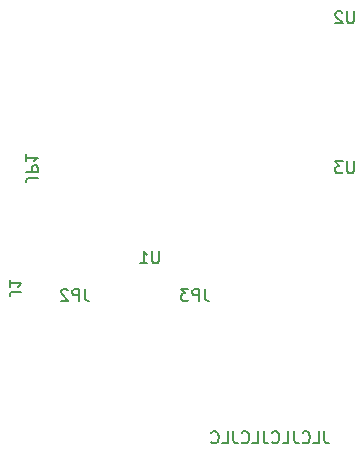
<source format=gbo>
G04 #@! TF.GenerationSoftware,KiCad,Pcbnew,(5.1.2-1)-1*
G04 #@! TF.CreationDate,2023-07-30T19:32:53+02:00*
G04 #@! TF.ProjectId,cart32bbs,63617274-3332-4626-9273-2e6b69636164,rev?*
G04 #@! TF.SameCoordinates,Original*
G04 #@! TF.FileFunction,Legend,Bot*
G04 #@! TF.FilePolarity,Positive*
%FSLAX46Y46*%
G04 Gerber Fmt 4.6, Leading zero omitted, Abs format (unit mm)*
G04 Created by KiCad (PCBNEW (5.1.2-1)-1) date 2023-07-30 19:32:53*
%MOMM*%
%LPD*%
G04 APERTURE LIST*
%ADD10C,0.150000*%
%ADD11C,0.100000*%
%ADD12O,1.702000X1.702000*%
%ADD13R,1.702000X1.702000*%
%ADD14C,1.626000*%
G04 APERTURE END LIST*
D10*
X50339047Y-78192380D02*
X50339047Y-78906666D01*
X50386666Y-79049523D01*
X50481904Y-79144761D01*
X50624761Y-79192380D01*
X50720000Y-79192380D01*
X49386666Y-79192380D02*
X49862857Y-79192380D01*
X49862857Y-78192380D01*
X48481904Y-79097142D02*
X48529523Y-79144761D01*
X48672380Y-79192380D01*
X48767619Y-79192380D01*
X48910476Y-79144761D01*
X49005714Y-79049523D01*
X49053333Y-78954285D01*
X49100952Y-78763809D01*
X49100952Y-78620952D01*
X49053333Y-78430476D01*
X49005714Y-78335238D01*
X48910476Y-78240000D01*
X48767619Y-78192380D01*
X48672380Y-78192380D01*
X48529523Y-78240000D01*
X48481904Y-78287619D01*
X47767619Y-78192380D02*
X47767619Y-78906666D01*
X47815238Y-79049523D01*
X47910476Y-79144761D01*
X48053333Y-79192380D01*
X48148571Y-79192380D01*
X46815238Y-79192380D02*
X47291428Y-79192380D01*
X47291428Y-78192380D01*
X45910476Y-79097142D02*
X45958095Y-79144761D01*
X46100952Y-79192380D01*
X46196190Y-79192380D01*
X46339047Y-79144761D01*
X46434285Y-79049523D01*
X46481904Y-78954285D01*
X46529523Y-78763809D01*
X46529523Y-78620952D01*
X46481904Y-78430476D01*
X46434285Y-78335238D01*
X46339047Y-78240000D01*
X46196190Y-78192380D01*
X46100952Y-78192380D01*
X45958095Y-78240000D01*
X45910476Y-78287619D01*
X45196190Y-78192380D02*
X45196190Y-78906666D01*
X45243809Y-79049523D01*
X45339047Y-79144761D01*
X45481904Y-79192380D01*
X45577142Y-79192380D01*
X44243809Y-79192380D02*
X44720000Y-79192380D01*
X44720000Y-78192380D01*
X43339047Y-79097142D02*
X43386666Y-79144761D01*
X43529523Y-79192380D01*
X43624761Y-79192380D01*
X43767619Y-79144761D01*
X43862857Y-79049523D01*
X43910476Y-78954285D01*
X43958095Y-78763809D01*
X43958095Y-78620952D01*
X43910476Y-78430476D01*
X43862857Y-78335238D01*
X43767619Y-78240000D01*
X43624761Y-78192380D01*
X43529523Y-78192380D01*
X43386666Y-78240000D01*
X43339047Y-78287619D01*
X42624761Y-78192380D02*
X42624761Y-78906666D01*
X42672380Y-79049523D01*
X42767619Y-79144761D01*
X42910476Y-79192380D01*
X43005714Y-79192380D01*
X41672380Y-79192380D02*
X42148571Y-79192380D01*
X42148571Y-78192380D01*
X40767619Y-79097142D02*
X40815238Y-79144761D01*
X40958095Y-79192380D01*
X41053333Y-79192380D01*
X41196190Y-79144761D01*
X41291428Y-79049523D01*
X41339047Y-78954285D01*
X41386666Y-78763809D01*
X41386666Y-78620952D01*
X41339047Y-78430476D01*
X41291428Y-78335238D01*
X41196190Y-78240000D01*
X41053333Y-78192380D01*
X40958095Y-78192380D01*
X40815238Y-78240000D01*
X40767619Y-78287619D01*
X36321904Y-62952380D02*
X36321904Y-63761904D01*
X36274285Y-63857142D01*
X36226666Y-63904761D01*
X36131428Y-63952380D01*
X35940952Y-63952380D01*
X35845714Y-63904761D01*
X35798095Y-63857142D01*
X35750476Y-63761904D01*
X35750476Y-62952380D01*
X34750476Y-63952380D02*
X35321904Y-63952380D01*
X35036190Y-63952380D02*
X35036190Y-62952380D01*
X35131428Y-63095238D01*
X35226666Y-63190476D01*
X35321904Y-63238095D01*
X40203333Y-66127380D02*
X40203333Y-66841666D01*
X40250952Y-66984523D01*
X40346190Y-67079761D01*
X40489047Y-67127380D01*
X40584285Y-67127380D01*
X39727142Y-67127380D02*
X39727142Y-66127380D01*
X39346190Y-66127380D01*
X39250952Y-66175000D01*
X39203333Y-66222619D01*
X39155714Y-66317857D01*
X39155714Y-66460714D01*
X39203333Y-66555952D01*
X39250952Y-66603571D01*
X39346190Y-66651190D01*
X39727142Y-66651190D01*
X38822380Y-66127380D02*
X38203333Y-66127380D01*
X38536666Y-66508333D01*
X38393809Y-66508333D01*
X38298571Y-66555952D01*
X38250952Y-66603571D01*
X38203333Y-66698809D01*
X38203333Y-66936904D01*
X38250952Y-67032142D01*
X38298571Y-67079761D01*
X38393809Y-67127380D01*
X38679523Y-67127380D01*
X38774761Y-67079761D01*
X38822380Y-67032142D01*
X30043333Y-66127380D02*
X30043333Y-66841666D01*
X30090952Y-66984523D01*
X30186190Y-67079761D01*
X30329047Y-67127380D01*
X30424285Y-67127380D01*
X29567142Y-67127380D02*
X29567142Y-66127380D01*
X29186190Y-66127380D01*
X29090952Y-66175000D01*
X29043333Y-66222619D01*
X28995714Y-66317857D01*
X28995714Y-66460714D01*
X29043333Y-66555952D01*
X29090952Y-66603571D01*
X29186190Y-66651190D01*
X29567142Y-66651190D01*
X28614761Y-66222619D02*
X28567142Y-66175000D01*
X28471904Y-66127380D01*
X28233809Y-66127380D01*
X28138571Y-66175000D01*
X28090952Y-66222619D01*
X28043333Y-66317857D01*
X28043333Y-66413095D01*
X28090952Y-66555952D01*
X28662380Y-67127380D01*
X28043333Y-67127380D01*
X26074619Y-56713333D02*
X25360333Y-56713333D01*
X25217476Y-56760952D01*
X25122238Y-56856190D01*
X25074619Y-56999047D01*
X25074619Y-57094285D01*
X25074619Y-56237142D02*
X26074619Y-56237142D01*
X26074619Y-55856190D01*
X26027000Y-55760952D01*
X25979380Y-55713333D01*
X25884142Y-55665714D01*
X25741285Y-55665714D01*
X25646047Y-55713333D01*
X25598428Y-55760952D01*
X25550809Y-55856190D01*
X25550809Y-56237142D01*
X25074619Y-54713333D02*
X25074619Y-55284761D01*
X25074619Y-54999047D02*
X26074619Y-54999047D01*
X25931761Y-55094285D01*
X25836523Y-55189523D01*
X25788904Y-55284761D01*
X52831904Y-55332380D02*
X52831904Y-56141904D01*
X52784285Y-56237142D01*
X52736666Y-56284761D01*
X52641428Y-56332380D01*
X52450952Y-56332380D01*
X52355714Y-56284761D01*
X52308095Y-56237142D01*
X52260476Y-56141904D01*
X52260476Y-55332380D01*
X51879523Y-55332380D02*
X51260476Y-55332380D01*
X51593809Y-55713333D01*
X51450952Y-55713333D01*
X51355714Y-55760952D01*
X51308095Y-55808571D01*
X51260476Y-55903809D01*
X51260476Y-56141904D01*
X51308095Y-56237142D01*
X51355714Y-56284761D01*
X51450952Y-56332380D01*
X51736666Y-56332380D01*
X51831904Y-56284761D01*
X51879523Y-56237142D01*
X52831904Y-42632380D02*
X52831904Y-43441904D01*
X52784285Y-43537142D01*
X52736666Y-43584761D01*
X52641428Y-43632380D01*
X52450952Y-43632380D01*
X52355714Y-43584761D01*
X52308095Y-43537142D01*
X52260476Y-43441904D01*
X52260476Y-42632380D01*
X51831904Y-42727619D02*
X51784285Y-42680000D01*
X51689047Y-42632380D01*
X51450952Y-42632380D01*
X51355714Y-42680000D01*
X51308095Y-42727619D01*
X51260476Y-42822857D01*
X51260476Y-42918095D01*
X51308095Y-43060952D01*
X51879523Y-43632380D01*
X51260476Y-43632380D01*
X24677619Y-66373333D02*
X23963333Y-66373333D01*
X23820476Y-66420952D01*
X23725238Y-66516190D01*
X23677619Y-66659047D01*
X23677619Y-66754285D01*
X23677619Y-65373333D02*
X23677619Y-65944761D01*
X23677619Y-65659047D02*
X24677619Y-65659047D01*
X24534761Y-65754285D01*
X24439523Y-65849523D01*
X24391904Y-65944761D01*
%LPC*%
D11*
G36*
X15240000Y-20320000D02*
G01*
X15240000Y-68580000D01*
X22860000Y-68580000D01*
X22860000Y-20320000D01*
X15240000Y-20320000D01*
G37*
X15240000Y-20320000D02*
X15240000Y-68580000D01*
X22860000Y-68580000D01*
X22860000Y-20320000D01*
X15240000Y-20320000D01*
D12*
X27940000Y-63500000D03*
X43180000Y-25400000D03*
X27940000Y-60960000D03*
X43180000Y-27940000D03*
X27940000Y-58420000D03*
X43180000Y-30480000D03*
X27940000Y-55880000D03*
X43180000Y-33020000D03*
X27940000Y-53340000D03*
X43180000Y-35560000D03*
X27940000Y-50800000D03*
X43180000Y-38100000D03*
X27940000Y-48260000D03*
X43180000Y-40640000D03*
X27940000Y-45720000D03*
X43180000Y-43180000D03*
X27940000Y-43180000D03*
X43180000Y-45720000D03*
X27940000Y-40640000D03*
X43180000Y-48260000D03*
X27940000Y-38100000D03*
X43180000Y-50800000D03*
X27940000Y-35560000D03*
X43180000Y-53340000D03*
X27940000Y-33020000D03*
X43180000Y-55880000D03*
X27940000Y-30480000D03*
X43180000Y-58420000D03*
X27940000Y-27940000D03*
X43180000Y-60960000D03*
X27940000Y-25400000D03*
D13*
X43180000Y-63500000D03*
D12*
X55880000Y-55880000D03*
X48260000Y-73660000D03*
X55880000Y-58420000D03*
X48260000Y-71120000D03*
X55880000Y-60960000D03*
X48260000Y-68580000D03*
X55880000Y-63500000D03*
X48260000Y-66040000D03*
X55880000Y-66040000D03*
X48260000Y-63500000D03*
X55880000Y-68580000D03*
X48260000Y-60960000D03*
X55880000Y-71120000D03*
X48260000Y-58420000D03*
X55880000Y-73660000D03*
D13*
X48260000Y-55880000D03*
D12*
X48260000Y-43180000D03*
X55880000Y-25400000D03*
X48260000Y-40640000D03*
X55880000Y-27940000D03*
X48260000Y-38100000D03*
X55880000Y-30480000D03*
X48260000Y-35560000D03*
X55880000Y-33020000D03*
X48260000Y-33020000D03*
X55880000Y-35560000D03*
X48260000Y-30480000D03*
X55880000Y-38100000D03*
X48260000Y-27940000D03*
X55880000Y-40640000D03*
X48260000Y-25400000D03*
D13*
X55880000Y-43180000D03*
D11*
G36*
X22734344Y-22048957D02*
G01*
X22773804Y-22054811D01*
X22812501Y-22064504D01*
X22850061Y-22077943D01*
X22886123Y-22094999D01*
X22920339Y-22115508D01*
X22952381Y-22139271D01*
X22981939Y-22166061D01*
X23008729Y-22195619D01*
X23032492Y-22227661D01*
X23053001Y-22261877D01*
X23070057Y-22297939D01*
X23083496Y-22335499D01*
X23093189Y-22374196D01*
X23099043Y-22413656D01*
X23101000Y-22453500D01*
X23101000Y-23266500D01*
X23099043Y-23306344D01*
X23093189Y-23345804D01*
X23083496Y-23384501D01*
X23070057Y-23422061D01*
X23053001Y-23458123D01*
X23032492Y-23492339D01*
X23008729Y-23524381D01*
X22981939Y-23553939D01*
X22952381Y-23580729D01*
X22920339Y-23604492D01*
X22886123Y-23625001D01*
X22850061Y-23642057D01*
X22812501Y-23655496D01*
X22773804Y-23665189D01*
X22734344Y-23671043D01*
X22694500Y-23673000D01*
X15405500Y-23673000D01*
X15365656Y-23671043D01*
X15326196Y-23665189D01*
X15287499Y-23655496D01*
X15249939Y-23642057D01*
X15213877Y-23625001D01*
X15179661Y-23604492D01*
X15147619Y-23580729D01*
X15118061Y-23553939D01*
X15091271Y-23524381D01*
X15067508Y-23492339D01*
X15046999Y-23458123D01*
X15029943Y-23422061D01*
X15016504Y-23384501D01*
X15006811Y-23345804D01*
X15000957Y-23306344D01*
X14999000Y-23266500D01*
X14999000Y-22453500D01*
X15000957Y-22413656D01*
X15006811Y-22374196D01*
X15016504Y-22335499D01*
X15029943Y-22297939D01*
X15046999Y-22261877D01*
X15067508Y-22227661D01*
X15091271Y-22195619D01*
X15118061Y-22166061D01*
X15147619Y-22139271D01*
X15179661Y-22115508D01*
X15213877Y-22094999D01*
X15249939Y-22077943D01*
X15287499Y-22064504D01*
X15326196Y-22054811D01*
X15365656Y-22048957D01*
X15405500Y-22047000D01*
X22694500Y-22047000D01*
X22734344Y-22048957D01*
X22734344Y-22048957D01*
G37*
D14*
X19050000Y-22860000D03*
D11*
G36*
X22734344Y-24588957D02*
G01*
X22773804Y-24594811D01*
X22812501Y-24604504D01*
X22850061Y-24617943D01*
X22886123Y-24634999D01*
X22920339Y-24655508D01*
X22952381Y-24679271D01*
X22981939Y-24706061D01*
X23008729Y-24735619D01*
X23032492Y-24767661D01*
X23053001Y-24801877D01*
X23070057Y-24837939D01*
X23083496Y-24875499D01*
X23093189Y-24914196D01*
X23099043Y-24953656D01*
X23101000Y-24993500D01*
X23101000Y-25806500D01*
X23099043Y-25846344D01*
X23093189Y-25885804D01*
X23083496Y-25924501D01*
X23070057Y-25962061D01*
X23053001Y-25998123D01*
X23032492Y-26032339D01*
X23008729Y-26064381D01*
X22981939Y-26093939D01*
X22952381Y-26120729D01*
X22920339Y-26144492D01*
X22886123Y-26165001D01*
X22850061Y-26182057D01*
X22812501Y-26195496D01*
X22773804Y-26205189D01*
X22734344Y-26211043D01*
X22694500Y-26213000D01*
X15405500Y-26213000D01*
X15365656Y-26211043D01*
X15326196Y-26205189D01*
X15287499Y-26195496D01*
X15249939Y-26182057D01*
X15213877Y-26165001D01*
X15179661Y-26144492D01*
X15147619Y-26120729D01*
X15118061Y-26093939D01*
X15091271Y-26064381D01*
X15067508Y-26032339D01*
X15046999Y-25998123D01*
X15029943Y-25962061D01*
X15016504Y-25924501D01*
X15006811Y-25885804D01*
X15000957Y-25846344D01*
X14999000Y-25806500D01*
X14999000Y-24993500D01*
X15000957Y-24953656D01*
X15006811Y-24914196D01*
X15016504Y-24875499D01*
X15029943Y-24837939D01*
X15046999Y-24801877D01*
X15067508Y-24767661D01*
X15091271Y-24735619D01*
X15118061Y-24706061D01*
X15147619Y-24679271D01*
X15179661Y-24655508D01*
X15213877Y-24634999D01*
X15249939Y-24617943D01*
X15287499Y-24604504D01*
X15326196Y-24594811D01*
X15365656Y-24588957D01*
X15405500Y-24587000D01*
X22694500Y-24587000D01*
X22734344Y-24588957D01*
X22734344Y-24588957D01*
G37*
D14*
X19050000Y-25400000D03*
D11*
G36*
X22734344Y-27128957D02*
G01*
X22773804Y-27134811D01*
X22812501Y-27144504D01*
X22850061Y-27157943D01*
X22886123Y-27174999D01*
X22920339Y-27195508D01*
X22952381Y-27219271D01*
X22981939Y-27246061D01*
X23008729Y-27275619D01*
X23032492Y-27307661D01*
X23053001Y-27341877D01*
X23070057Y-27377939D01*
X23083496Y-27415499D01*
X23093189Y-27454196D01*
X23099043Y-27493656D01*
X23101000Y-27533500D01*
X23101000Y-28346500D01*
X23099043Y-28386344D01*
X23093189Y-28425804D01*
X23083496Y-28464501D01*
X23070057Y-28502061D01*
X23053001Y-28538123D01*
X23032492Y-28572339D01*
X23008729Y-28604381D01*
X22981939Y-28633939D01*
X22952381Y-28660729D01*
X22920339Y-28684492D01*
X22886123Y-28705001D01*
X22850061Y-28722057D01*
X22812501Y-28735496D01*
X22773804Y-28745189D01*
X22734344Y-28751043D01*
X22694500Y-28753000D01*
X15405500Y-28753000D01*
X15365656Y-28751043D01*
X15326196Y-28745189D01*
X15287499Y-28735496D01*
X15249939Y-28722057D01*
X15213877Y-28705001D01*
X15179661Y-28684492D01*
X15147619Y-28660729D01*
X15118061Y-28633939D01*
X15091271Y-28604381D01*
X15067508Y-28572339D01*
X15046999Y-28538123D01*
X15029943Y-28502061D01*
X15016504Y-28464501D01*
X15006811Y-28425804D01*
X15000957Y-28386344D01*
X14999000Y-28346500D01*
X14999000Y-27533500D01*
X15000957Y-27493656D01*
X15006811Y-27454196D01*
X15016504Y-27415499D01*
X15029943Y-27377939D01*
X15046999Y-27341877D01*
X15067508Y-27307661D01*
X15091271Y-27275619D01*
X15118061Y-27246061D01*
X15147619Y-27219271D01*
X15179661Y-27195508D01*
X15213877Y-27174999D01*
X15249939Y-27157943D01*
X15287499Y-27144504D01*
X15326196Y-27134811D01*
X15365656Y-27128957D01*
X15405500Y-27127000D01*
X22694500Y-27127000D01*
X22734344Y-27128957D01*
X22734344Y-27128957D01*
G37*
D14*
X19050000Y-27940000D03*
D11*
G36*
X22734344Y-29668957D02*
G01*
X22773804Y-29674811D01*
X22812501Y-29684504D01*
X22850061Y-29697943D01*
X22886123Y-29714999D01*
X22920339Y-29735508D01*
X22952381Y-29759271D01*
X22981939Y-29786061D01*
X23008729Y-29815619D01*
X23032492Y-29847661D01*
X23053001Y-29881877D01*
X23070057Y-29917939D01*
X23083496Y-29955499D01*
X23093189Y-29994196D01*
X23099043Y-30033656D01*
X23101000Y-30073500D01*
X23101000Y-30886500D01*
X23099043Y-30926344D01*
X23093189Y-30965804D01*
X23083496Y-31004501D01*
X23070057Y-31042061D01*
X23053001Y-31078123D01*
X23032492Y-31112339D01*
X23008729Y-31144381D01*
X22981939Y-31173939D01*
X22952381Y-31200729D01*
X22920339Y-31224492D01*
X22886123Y-31245001D01*
X22850061Y-31262057D01*
X22812501Y-31275496D01*
X22773804Y-31285189D01*
X22734344Y-31291043D01*
X22694500Y-31293000D01*
X15405500Y-31293000D01*
X15365656Y-31291043D01*
X15326196Y-31285189D01*
X15287499Y-31275496D01*
X15249939Y-31262057D01*
X15213877Y-31245001D01*
X15179661Y-31224492D01*
X15147619Y-31200729D01*
X15118061Y-31173939D01*
X15091271Y-31144381D01*
X15067508Y-31112339D01*
X15046999Y-31078123D01*
X15029943Y-31042061D01*
X15016504Y-31004501D01*
X15006811Y-30965804D01*
X15000957Y-30926344D01*
X14999000Y-30886500D01*
X14999000Y-30073500D01*
X15000957Y-30033656D01*
X15006811Y-29994196D01*
X15016504Y-29955499D01*
X15029943Y-29917939D01*
X15046999Y-29881877D01*
X15067508Y-29847661D01*
X15091271Y-29815619D01*
X15118061Y-29786061D01*
X15147619Y-29759271D01*
X15179661Y-29735508D01*
X15213877Y-29714999D01*
X15249939Y-29697943D01*
X15287499Y-29684504D01*
X15326196Y-29674811D01*
X15365656Y-29668957D01*
X15405500Y-29667000D01*
X22694500Y-29667000D01*
X22734344Y-29668957D01*
X22734344Y-29668957D01*
G37*
D14*
X19050000Y-30480000D03*
D11*
G36*
X22734344Y-32208957D02*
G01*
X22773804Y-32214811D01*
X22812501Y-32224504D01*
X22850061Y-32237943D01*
X22886123Y-32254999D01*
X22920339Y-32275508D01*
X22952381Y-32299271D01*
X22981939Y-32326061D01*
X23008729Y-32355619D01*
X23032492Y-32387661D01*
X23053001Y-32421877D01*
X23070057Y-32457939D01*
X23083496Y-32495499D01*
X23093189Y-32534196D01*
X23099043Y-32573656D01*
X23101000Y-32613500D01*
X23101000Y-33426500D01*
X23099043Y-33466344D01*
X23093189Y-33505804D01*
X23083496Y-33544501D01*
X23070057Y-33582061D01*
X23053001Y-33618123D01*
X23032492Y-33652339D01*
X23008729Y-33684381D01*
X22981939Y-33713939D01*
X22952381Y-33740729D01*
X22920339Y-33764492D01*
X22886123Y-33785001D01*
X22850061Y-33802057D01*
X22812501Y-33815496D01*
X22773804Y-33825189D01*
X22734344Y-33831043D01*
X22694500Y-33833000D01*
X15405500Y-33833000D01*
X15365656Y-33831043D01*
X15326196Y-33825189D01*
X15287499Y-33815496D01*
X15249939Y-33802057D01*
X15213877Y-33785001D01*
X15179661Y-33764492D01*
X15147619Y-33740729D01*
X15118061Y-33713939D01*
X15091271Y-33684381D01*
X15067508Y-33652339D01*
X15046999Y-33618123D01*
X15029943Y-33582061D01*
X15016504Y-33544501D01*
X15006811Y-33505804D01*
X15000957Y-33466344D01*
X14999000Y-33426500D01*
X14999000Y-32613500D01*
X15000957Y-32573656D01*
X15006811Y-32534196D01*
X15016504Y-32495499D01*
X15029943Y-32457939D01*
X15046999Y-32421877D01*
X15067508Y-32387661D01*
X15091271Y-32355619D01*
X15118061Y-32326061D01*
X15147619Y-32299271D01*
X15179661Y-32275508D01*
X15213877Y-32254999D01*
X15249939Y-32237943D01*
X15287499Y-32224504D01*
X15326196Y-32214811D01*
X15365656Y-32208957D01*
X15405500Y-32207000D01*
X22694500Y-32207000D01*
X22734344Y-32208957D01*
X22734344Y-32208957D01*
G37*
D14*
X19050000Y-33020000D03*
D11*
G36*
X22734344Y-34748957D02*
G01*
X22773804Y-34754811D01*
X22812501Y-34764504D01*
X22850061Y-34777943D01*
X22886123Y-34794999D01*
X22920339Y-34815508D01*
X22952381Y-34839271D01*
X22981939Y-34866061D01*
X23008729Y-34895619D01*
X23032492Y-34927661D01*
X23053001Y-34961877D01*
X23070057Y-34997939D01*
X23083496Y-35035499D01*
X23093189Y-35074196D01*
X23099043Y-35113656D01*
X23101000Y-35153500D01*
X23101000Y-35966500D01*
X23099043Y-36006344D01*
X23093189Y-36045804D01*
X23083496Y-36084501D01*
X23070057Y-36122061D01*
X23053001Y-36158123D01*
X23032492Y-36192339D01*
X23008729Y-36224381D01*
X22981939Y-36253939D01*
X22952381Y-36280729D01*
X22920339Y-36304492D01*
X22886123Y-36325001D01*
X22850061Y-36342057D01*
X22812501Y-36355496D01*
X22773804Y-36365189D01*
X22734344Y-36371043D01*
X22694500Y-36373000D01*
X15405500Y-36373000D01*
X15365656Y-36371043D01*
X15326196Y-36365189D01*
X15287499Y-36355496D01*
X15249939Y-36342057D01*
X15213877Y-36325001D01*
X15179661Y-36304492D01*
X15147619Y-36280729D01*
X15118061Y-36253939D01*
X15091271Y-36224381D01*
X15067508Y-36192339D01*
X15046999Y-36158123D01*
X15029943Y-36122061D01*
X15016504Y-36084501D01*
X15006811Y-36045804D01*
X15000957Y-36006344D01*
X14999000Y-35966500D01*
X14999000Y-35153500D01*
X15000957Y-35113656D01*
X15006811Y-35074196D01*
X15016504Y-35035499D01*
X15029943Y-34997939D01*
X15046999Y-34961877D01*
X15067508Y-34927661D01*
X15091271Y-34895619D01*
X15118061Y-34866061D01*
X15147619Y-34839271D01*
X15179661Y-34815508D01*
X15213877Y-34794999D01*
X15249939Y-34777943D01*
X15287499Y-34764504D01*
X15326196Y-34754811D01*
X15365656Y-34748957D01*
X15405500Y-34747000D01*
X22694500Y-34747000D01*
X22734344Y-34748957D01*
X22734344Y-34748957D01*
G37*
D14*
X19050000Y-35560000D03*
D11*
G36*
X22734344Y-37288957D02*
G01*
X22773804Y-37294811D01*
X22812501Y-37304504D01*
X22850061Y-37317943D01*
X22886123Y-37334999D01*
X22920339Y-37355508D01*
X22952381Y-37379271D01*
X22981939Y-37406061D01*
X23008729Y-37435619D01*
X23032492Y-37467661D01*
X23053001Y-37501877D01*
X23070057Y-37537939D01*
X23083496Y-37575499D01*
X23093189Y-37614196D01*
X23099043Y-37653656D01*
X23101000Y-37693500D01*
X23101000Y-38506500D01*
X23099043Y-38546344D01*
X23093189Y-38585804D01*
X23083496Y-38624501D01*
X23070057Y-38662061D01*
X23053001Y-38698123D01*
X23032492Y-38732339D01*
X23008729Y-38764381D01*
X22981939Y-38793939D01*
X22952381Y-38820729D01*
X22920339Y-38844492D01*
X22886123Y-38865001D01*
X22850061Y-38882057D01*
X22812501Y-38895496D01*
X22773804Y-38905189D01*
X22734344Y-38911043D01*
X22694500Y-38913000D01*
X15405500Y-38913000D01*
X15365656Y-38911043D01*
X15326196Y-38905189D01*
X15287499Y-38895496D01*
X15249939Y-38882057D01*
X15213877Y-38865001D01*
X15179661Y-38844492D01*
X15147619Y-38820729D01*
X15118061Y-38793939D01*
X15091271Y-38764381D01*
X15067508Y-38732339D01*
X15046999Y-38698123D01*
X15029943Y-38662061D01*
X15016504Y-38624501D01*
X15006811Y-38585804D01*
X15000957Y-38546344D01*
X14999000Y-38506500D01*
X14999000Y-37693500D01*
X15000957Y-37653656D01*
X15006811Y-37614196D01*
X15016504Y-37575499D01*
X15029943Y-37537939D01*
X15046999Y-37501877D01*
X15067508Y-37467661D01*
X15091271Y-37435619D01*
X15118061Y-37406061D01*
X15147619Y-37379271D01*
X15179661Y-37355508D01*
X15213877Y-37334999D01*
X15249939Y-37317943D01*
X15287499Y-37304504D01*
X15326196Y-37294811D01*
X15365656Y-37288957D01*
X15405500Y-37287000D01*
X22694500Y-37287000D01*
X22734344Y-37288957D01*
X22734344Y-37288957D01*
G37*
D14*
X19050000Y-38100000D03*
D11*
G36*
X22734344Y-39828957D02*
G01*
X22773804Y-39834811D01*
X22812501Y-39844504D01*
X22850061Y-39857943D01*
X22886123Y-39874999D01*
X22920339Y-39895508D01*
X22952381Y-39919271D01*
X22981939Y-39946061D01*
X23008729Y-39975619D01*
X23032492Y-40007661D01*
X23053001Y-40041877D01*
X23070057Y-40077939D01*
X23083496Y-40115499D01*
X23093189Y-40154196D01*
X23099043Y-40193656D01*
X23101000Y-40233500D01*
X23101000Y-41046500D01*
X23099043Y-41086344D01*
X23093189Y-41125804D01*
X23083496Y-41164501D01*
X23070057Y-41202061D01*
X23053001Y-41238123D01*
X23032492Y-41272339D01*
X23008729Y-41304381D01*
X22981939Y-41333939D01*
X22952381Y-41360729D01*
X22920339Y-41384492D01*
X22886123Y-41405001D01*
X22850061Y-41422057D01*
X22812501Y-41435496D01*
X22773804Y-41445189D01*
X22734344Y-41451043D01*
X22694500Y-41453000D01*
X15405500Y-41453000D01*
X15365656Y-41451043D01*
X15326196Y-41445189D01*
X15287499Y-41435496D01*
X15249939Y-41422057D01*
X15213877Y-41405001D01*
X15179661Y-41384492D01*
X15147619Y-41360729D01*
X15118061Y-41333939D01*
X15091271Y-41304381D01*
X15067508Y-41272339D01*
X15046999Y-41238123D01*
X15029943Y-41202061D01*
X15016504Y-41164501D01*
X15006811Y-41125804D01*
X15000957Y-41086344D01*
X14999000Y-41046500D01*
X14999000Y-40233500D01*
X15000957Y-40193656D01*
X15006811Y-40154196D01*
X15016504Y-40115499D01*
X15029943Y-40077939D01*
X15046999Y-40041877D01*
X15067508Y-40007661D01*
X15091271Y-39975619D01*
X15118061Y-39946061D01*
X15147619Y-39919271D01*
X15179661Y-39895508D01*
X15213877Y-39874999D01*
X15249939Y-39857943D01*
X15287499Y-39844504D01*
X15326196Y-39834811D01*
X15365656Y-39828957D01*
X15405500Y-39827000D01*
X22694500Y-39827000D01*
X22734344Y-39828957D01*
X22734344Y-39828957D01*
G37*
D14*
X19050000Y-40640000D03*
D11*
G36*
X22734344Y-42368957D02*
G01*
X22773804Y-42374811D01*
X22812501Y-42384504D01*
X22850061Y-42397943D01*
X22886123Y-42414999D01*
X22920339Y-42435508D01*
X22952381Y-42459271D01*
X22981939Y-42486061D01*
X23008729Y-42515619D01*
X23032492Y-42547661D01*
X23053001Y-42581877D01*
X23070057Y-42617939D01*
X23083496Y-42655499D01*
X23093189Y-42694196D01*
X23099043Y-42733656D01*
X23101000Y-42773500D01*
X23101000Y-43586500D01*
X23099043Y-43626344D01*
X23093189Y-43665804D01*
X23083496Y-43704501D01*
X23070057Y-43742061D01*
X23053001Y-43778123D01*
X23032492Y-43812339D01*
X23008729Y-43844381D01*
X22981939Y-43873939D01*
X22952381Y-43900729D01*
X22920339Y-43924492D01*
X22886123Y-43945001D01*
X22850061Y-43962057D01*
X22812501Y-43975496D01*
X22773804Y-43985189D01*
X22734344Y-43991043D01*
X22694500Y-43993000D01*
X15405500Y-43993000D01*
X15365656Y-43991043D01*
X15326196Y-43985189D01*
X15287499Y-43975496D01*
X15249939Y-43962057D01*
X15213877Y-43945001D01*
X15179661Y-43924492D01*
X15147619Y-43900729D01*
X15118061Y-43873939D01*
X15091271Y-43844381D01*
X15067508Y-43812339D01*
X15046999Y-43778123D01*
X15029943Y-43742061D01*
X15016504Y-43704501D01*
X15006811Y-43665804D01*
X15000957Y-43626344D01*
X14999000Y-43586500D01*
X14999000Y-42773500D01*
X15000957Y-42733656D01*
X15006811Y-42694196D01*
X15016504Y-42655499D01*
X15029943Y-42617939D01*
X15046999Y-42581877D01*
X15067508Y-42547661D01*
X15091271Y-42515619D01*
X15118061Y-42486061D01*
X15147619Y-42459271D01*
X15179661Y-42435508D01*
X15213877Y-42414999D01*
X15249939Y-42397943D01*
X15287499Y-42384504D01*
X15326196Y-42374811D01*
X15365656Y-42368957D01*
X15405500Y-42367000D01*
X22694500Y-42367000D01*
X22734344Y-42368957D01*
X22734344Y-42368957D01*
G37*
D14*
X19050000Y-43180000D03*
D11*
G36*
X22734344Y-44908957D02*
G01*
X22773804Y-44914811D01*
X22812501Y-44924504D01*
X22850061Y-44937943D01*
X22886123Y-44954999D01*
X22920339Y-44975508D01*
X22952381Y-44999271D01*
X22981939Y-45026061D01*
X23008729Y-45055619D01*
X23032492Y-45087661D01*
X23053001Y-45121877D01*
X23070057Y-45157939D01*
X23083496Y-45195499D01*
X23093189Y-45234196D01*
X23099043Y-45273656D01*
X23101000Y-45313500D01*
X23101000Y-46126500D01*
X23099043Y-46166344D01*
X23093189Y-46205804D01*
X23083496Y-46244501D01*
X23070057Y-46282061D01*
X23053001Y-46318123D01*
X23032492Y-46352339D01*
X23008729Y-46384381D01*
X22981939Y-46413939D01*
X22952381Y-46440729D01*
X22920339Y-46464492D01*
X22886123Y-46485001D01*
X22850061Y-46502057D01*
X22812501Y-46515496D01*
X22773804Y-46525189D01*
X22734344Y-46531043D01*
X22694500Y-46533000D01*
X15405500Y-46533000D01*
X15365656Y-46531043D01*
X15326196Y-46525189D01*
X15287499Y-46515496D01*
X15249939Y-46502057D01*
X15213877Y-46485001D01*
X15179661Y-46464492D01*
X15147619Y-46440729D01*
X15118061Y-46413939D01*
X15091271Y-46384381D01*
X15067508Y-46352339D01*
X15046999Y-46318123D01*
X15029943Y-46282061D01*
X15016504Y-46244501D01*
X15006811Y-46205804D01*
X15000957Y-46166344D01*
X14999000Y-46126500D01*
X14999000Y-45313500D01*
X15000957Y-45273656D01*
X15006811Y-45234196D01*
X15016504Y-45195499D01*
X15029943Y-45157939D01*
X15046999Y-45121877D01*
X15067508Y-45087661D01*
X15091271Y-45055619D01*
X15118061Y-45026061D01*
X15147619Y-44999271D01*
X15179661Y-44975508D01*
X15213877Y-44954999D01*
X15249939Y-44937943D01*
X15287499Y-44924504D01*
X15326196Y-44914811D01*
X15365656Y-44908957D01*
X15405500Y-44907000D01*
X22694500Y-44907000D01*
X22734344Y-44908957D01*
X22734344Y-44908957D01*
G37*
D14*
X19050000Y-45720000D03*
D11*
G36*
X22734344Y-47448957D02*
G01*
X22773804Y-47454811D01*
X22812501Y-47464504D01*
X22850061Y-47477943D01*
X22886123Y-47494999D01*
X22920339Y-47515508D01*
X22952381Y-47539271D01*
X22981939Y-47566061D01*
X23008729Y-47595619D01*
X23032492Y-47627661D01*
X23053001Y-47661877D01*
X23070057Y-47697939D01*
X23083496Y-47735499D01*
X23093189Y-47774196D01*
X23099043Y-47813656D01*
X23101000Y-47853500D01*
X23101000Y-48666500D01*
X23099043Y-48706344D01*
X23093189Y-48745804D01*
X23083496Y-48784501D01*
X23070057Y-48822061D01*
X23053001Y-48858123D01*
X23032492Y-48892339D01*
X23008729Y-48924381D01*
X22981939Y-48953939D01*
X22952381Y-48980729D01*
X22920339Y-49004492D01*
X22886123Y-49025001D01*
X22850061Y-49042057D01*
X22812501Y-49055496D01*
X22773804Y-49065189D01*
X22734344Y-49071043D01*
X22694500Y-49073000D01*
X15405500Y-49073000D01*
X15365656Y-49071043D01*
X15326196Y-49065189D01*
X15287499Y-49055496D01*
X15249939Y-49042057D01*
X15213877Y-49025001D01*
X15179661Y-49004492D01*
X15147619Y-48980729D01*
X15118061Y-48953939D01*
X15091271Y-48924381D01*
X15067508Y-48892339D01*
X15046999Y-48858123D01*
X15029943Y-48822061D01*
X15016504Y-48784501D01*
X15006811Y-48745804D01*
X15000957Y-48706344D01*
X14999000Y-48666500D01*
X14999000Y-47853500D01*
X15000957Y-47813656D01*
X15006811Y-47774196D01*
X15016504Y-47735499D01*
X15029943Y-47697939D01*
X15046999Y-47661877D01*
X15067508Y-47627661D01*
X15091271Y-47595619D01*
X15118061Y-47566061D01*
X15147619Y-47539271D01*
X15179661Y-47515508D01*
X15213877Y-47494999D01*
X15249939Y-47477943D01*
X15287499Y-47464504D01*
X15326196Y-47454811D01*
X15365656Y-47448957D01*
X15405500Y-47447000D01*
X22694500Y-47447000D01*
X22734344Y-47448957D01*
X22734344Y-47448957D01*
G37*
D14*
X19050000Y-48260000D03*
D11*
G36*
X22734344Y-49988957D02*
G01*
X22773804Y-49994811D01*
X22812501Y-50004504D01*
X22850061Y-50017943D01*
X22886123Y-50034999D01*
X22920339Y-50055508D01*
X22952381Y-50079271D01*
X22981939Y-50106061D01*
X23008729Y-50135619D01*
X23032492Y-50167661D01*
X23053001Y-50201877D01*
X23070057Y-50237939D01*
X23083496Y-50275499D01*
X23093189Y-50314196D01*
X23099043Y-50353656D01*
X23101000Y-50393500D01*
X23101000Y-51206500D01*
X23099043Y-51246344D01*
X23093189Y-51285804D01*
X23083496Y-51324501D01*
X23070057Y-51362061D01*
X23053001Y-51398123D01*
X23032492Y-51432339D01*
X23008729Y-51464381D01*
X22981939Y-51493939D01*
X22952381Y-51520729D01*
X22920339Y-51544492D01*
X22886123Y-51565001D01*
X22850061Y-51582057D01*
X22812501Y-51595496D01*
X22773804Y-51605189D01*
X22734344Y-51611043D01*
X22694500Y-51613000D01*
X15405500Y-51613000D01*
X15365656Y-51611043D01*
X15326196Y-51605189D01*
X15287499Y-51595496D01*
X15249939Y-51582057D01*
X15213877Y-51565001D01*
X15179661Y-51544492D01*
X15147619Y-51520729D01*
X15118061Y-51493939D01*
X15091271Y-51464381D01*
X15067508Y-51432339D01*
X15046999Y-51398123D01*
X15029943Y-51362061D01*
X15016504Y-51324501D01*
X15006811Y-51285804D01*
X15000957Y-51246344D01*
X14999000Y-51206500D01*
X14999000Y-50393500D01*
X15000957Y-50353656D01*
X15006811Y-50314196D01*
X15016504Y-50275499D01*
X15029943Y-50237939D01*
X15046999Y-50201877D01*
X15067508Y-50167661D01*
X15091271Y-50135619D01*
X15118061Y-50106061D01*
X15147619Y-50079271D01*
X15179661Y-50055508D01*
X15213877Y-50034999D01*
X15249939Y-50017943D01*
X15287499Y-50004504D01*
X15326196Y-49994811D01*
X15365656Y-49988957D01*
X15405500Y-49987000D01*
X22694500Y-49987000D01*
X22734344Y-49988957D01*
X22734344Y-49988957D01*
G37*
D14*
X19050000Y-50800000D03*
D11*
G36*
X22734344Y-52528957D02*
G01*
X22773804Y-52534811D01*
X22812501Y-52544504D01*
X22850061Y-52557943D01*
X22886123Y-52574999D01*
X22920339Y-52595508D01*
X22952381Y-52619271D01*
X22981939Y-52646061D01*
X23008729Y-52675619D01*
X23032492Y-52707661D01*
X23053001Y-52741877D01*
X23070057Y-52777939D01*
X23083496Y-52815499D01*
X23093189Y-52854196D01*
X23099043Y-52893656D01*
X23101000Y-52933500D01*
X23101000Y-53746500D01*
X23099043Y-53786344D01*
X23093189Y-53825804D01*
X23083496Y-53864501D01*
X23070057Y-53902061D01*
X23053001Y-53938123D01*
X23032492Y-53972339D01*
X23008729Y-54004381D01*
X22981939Y-54033939D01*
X22952381Y-54060729D01*
X22920339Y-54084492D01*
X22886123Y-54105001D01*
X22850061Y-54122057D01*
X22812501Y-54135496D01*
X22773804Y-54145189D01*
X22734344Y-54151043D01*
X22694500Y-54153000D01*
X15405500Y-54153000D01*
X15365656Y-54151043D01*
X15326196Y-54145189D01*
X15287499Y-54135496D01*
X15249939Y-54122057D01*
X15213877Y-54105001D01*
X15179661Y-54084492D01*
X15147619Y-54060729D01*
X15118061Y-54033939D01*
X15091271Y-54004381D01*
X15067508Y-53972339D01*
X15046999Y-53938123D01*
X15029943Y-53902061D01*
X15016504Y-53864501D01*
X15006811Y-53825804D01*
X15000957Y-53786344D01*
X14999000Y-53746500D01*
X14999000Y-52933500D01*
X15000957Y-52893656D01*
X15006811Y-52854196D01*
X15016504Y-52815499D01*
X15029943Y-52777939D01*
X15046999Y-52741877D01*
X15067508Y-52707661D01*
X15091271Y-52675619D01*
X15118061Y-52646061D01*
X15147619Y-52619271D01*
X15179661Y-52595508D01*
X15213877Y-52574999D01*
X15249939Y-52557943D01*
X15287499Y-52544504D01*
X15326196Y-52534811D01*
X15365656Y-52528957D01*
X15405500Y-52527000D01*
X22694500Y-52527000D01*
X22734344Y-52528957D01*
X22734344Y-52528957D01*
G37*
D14*
X19050000Y-53340000D03*
D11*
G36*
X22734344Y-55068957D02*
G01*
X22773804Y-55074811D01*
X22812501Y-55084504D01*
X22850061Y-55097943D01*
X22886123Y-55114999D01*
X22920339Y-55135508D01*
X22952381Y-55159271D01*
X22981939Y-55186061D01*
X23008729Y-55215619D01*
X23032492Y-55247661D01*
X23053001Y-55281877D01*
X23070057Y-55317939D01*
X23083496Y-55355499D01*
X23093189Y-55394196D01*
X23099043Y-55433656D01*
X23101000Y-55473500D01*
X23101000Y-56286500D01*
X23099043Y-56326344D01*
X23093189Y-56365804D01*
X23083496Y-56404501D01*
X23070057Y-56442061D01*
X23053001Y-56478123D01*
X23032492Y-56512339D01*
X23008729Y-56544381D01*
X22981939Y-56573939D01*
X22952381Y-56600729D01*
X22920339Y-56624492D01*
X22886123Y-56645001D01*
X22850061Y-56662057D01*
X22812501Y-56675496D01*
X22773804Y-56685189D01*
X22734344Y-56691043D01*
X22694500Y-56693000D01*
X15405500Y-56693000D01*
X15365656Y-56691043D01*
X15326196Y-56685189D01*
X15287499Y-56675496D01*
X15249939Y-56662057D01*
X15213877Y-56645001D01*
X15179661Y-56624492D01*
X15147619Y-56600729D01*
X15118061Y-56573939D01*
X15091271Y-56544381D01*
X15067508Y-56512339D01*
X15046999Y-56478123D01*
X15029943Y-56442061D01*
X15016504Y-56404501D01*
X15006811Y-56365804D01*
X15000957Y-56326344D01*
X14999000Y-56286500D01*
X14999000Y-55473500D01*
X15000957Y-55433656D01*
X15006811Y-55394196D01*
X15016504Y-55355499D01*
X15029943Y-55317939D01*
X15046999Y-55281877D01*
X15067508Y-55247661D01*
X15091271Y-55215619D01*
X15118061Y-55186061D01*
X15147619Y-55159271D01*
X15179661Y-55135508D01*
X15213877Y-55114999D01*
X15249939Y-55097943D01*
X15287499Y-55084504D01*
X15326196Y-55074811D01*
X15365656Y-55068957D01*
X15405500Y-55067000D01*
X22694500Y-55067000D01*
X22734344Y-55068957D01*
X22734344Y-55068957D01*
G37*
D14*
X19050000Y-55880000D03*
D11*
G36*
X22734344Y-57608957D02*
G01*
X22773804Y-57614811D01*
X22812501Y-57624504D01*
X22850061Y-57637943D01*
X22886123Y-57654999D01*
X22920339Y-57675508D01*
X22952381Y-57699271D01*
X22981939Y-57726061D01*
X23008729Y-57755619D01*
X23032492Y-57787661D01*
X23053001Y-57821877D01*
X23070057Y-57857939D01*
X23083496Y-57895499D01*
X23093189Y-57934196D01*
X23099043Y-57973656D01*
X23101000Y-58013500D01*
X23101000Y-58826500D01*
X23099043Y-58866344D01*
X23093189Y-58905804D01*
X23083496Y-58944501D01*
X23070057Y-58982061D01*
X23053001Y-59018123D01*
X23032492Y-59052339D01*
X23008729Y-59084381D01*
X22981939Y-59113939D01*
X22952381Y-59140729D01*
X22920339Y-59164492D01*
X22886123Y-59185001D01*
X22850061Y-59202057D01*
X22812501Y-59215496D01*
X22773804Y-59225189D01*
X22734344Y-59231043D01*
X22694500Y-59233000D01*
X15405500Y-59233000D01*
X15365656Y-59231043D01*
X15326196Y-59225189D01*
X15287499Y-59215496D01*
X15249939Y-59202057D01*
X15213877Y-59185001D01*
X15179661Y-59164492D01*
X15147619Y-59140729D01*
X15118061Y-59113939D01*
X15091271Y-59084381D01*
X15067508Y-59052339D01*
X15046999Y-59018123D01*
X15029943Y-58982061D01*
X15016504Y-58944501D01*
X15006811Y-58905804D01*
X15000957Y-58866344D01*
X14999000Y-58826500D01*
X14999000Y-58013500D01*
X15000957Y-57973656D01*
X15006811Y-57934196D01*
X15016504Y-57895499D01*
X15029943Y-57857939D01*
X15046999Y-57821877D01*
X15067508Y-57787661D01*
X15091271Y-57755619D01*
X15118061Y-57726061D01*
X15147619Y-57699271D01*
X15179661Y-57675508D01*
X15213877Y-57654999D01*
X15249939Y-57637943D01*
X15287499Y-57624504D01*
X15326196Y-57614811D01*
X15365656Y-57608957D01*
X15405500Y-57607000D01*
X22694500Y-57607000D01*
X22734344Y-57608957D01*
X22734344Y-57608957D01*
G37*
D14*
X19050000Y-58420000D03*
D11*
G36*
X22734344Y-62688957D02*
G01*
X22773804Y-62694811D01*
X22812501Y-62704504D01*
X22850061Y-62717943D01*
X22886123Y-62734999D01*
X22920339Y-62755508D01*
X22952381Y-62779271D01*
X22981939Y-62806061D01*
X23008729Y-62835619D01*
X23032492Y-62867661D01*
X23053001Y-62901877D01*
X23070057Y-62937939D01*
X23083496Y-62975499D01*
X23093189Y-63014196D01*
X23099043Y-63053656D01*
X23101000Y-63093500D01*
X23101000Y-63906500D01*
X23099043Y-63946344D01*
X23093189Y-63985804D01*
X23083496Y-64024501D01*
X23070057Y-64062061D01*
X23053001Y-64098123D01*
X23032492Y-64132339D01*
X23008729Y-64164381D01*
X22981939Y-64193939D01*
X22952381Y-64220729D01*
X22920339Y-64244492D01*
X22886123Y-64265001D01*
X22850061Y-64282057D01*
X22812501Y-64295496D01*
X22773804Y-64305189D01*
X22734344Y-64311043D01*
X22694500Y-64313000D01*
X15405500Y-64313000D01*
X15365656Y-64311043D01*
X15326196Y-64305189D01*
X15287499Y-64295496D01*
X15249939Y-64282057D01*
X15213877Y-64265001D01*
X15179661Y-64244492D01*
X15147619Y-64220729D01*
X15118061Y-64193939D01*
X15091271Y-64164381D01*
X15067508Y-64132339D01*
X15046999Y-64098123D01*
X15029943Y-64062061D01*
X15016504Y-64024501D01*
X15006811Y-63985804D01*
X15000957Y-63946344D01*
X14999000Y-63906500D01*
X14999000Y-63093500D01*
X15000957Y-63053656D01*
X15006811Y-63014196D01*
X15016504Y-62975499D01*
X15029943Y-62937939D01*
X15046999Y-62901877D01*
X15067508Y-62867661D01*
X15091271Y-62835619D01*
X15118061Y-62806061D01*
X15147619Y-62779271D01*
X15179661Y-62755508D01*
X15213877Y-62734999D01*
X15249939Y-62717943D01*
X15287499Y-62704504D01*
X15326196Y-62694811D01*
X15365656Y-62688957D01*
X15405500Y-62687000D01*
X22694500Y-62687000D01*
X22734344Y-62688957D01*
X22734344Y-62688957D01*
G37*
D14*
X19050000Y-63500000D03*
D11*
G36*
X22734344Y-65228957D02*
G01*
X22773804Y-65234811D01*
X22812501Y-65244504D01*
X22850061Y-65257943D01*
X22886123Y-65274999D01*
X22920339Y-65295508D01*
X22952381Y-65319271D01*
X22981939Y-65346061D01*
X23008729Y-65375619D01*
X23032492Y-65407661D01*
X23053001Y-65441877D01*
X23070057Y-65477939D01*
X23083496Y-65515499D01*
X23093189Y-65554196D01*
X23099043Y-65593656D01*
X23101000Y-65633500D01*
X23101000Y-66446500D01*
X23099043Y-66486344D01*
X23093189Y-66525804D01*
X23083496Y-66564501D01*
X23070057Y-66602061D01*
X23053001Y-66638123D01*
X23032492Y-66672339D01*
X23008729Y-66704381D01*
X22981939Y-66733939D01*
X22952381Y-66760729D01*
X22920339Y-66784492D01*
X22886123Y-66805001D01*
X22850061Y-66822057D01*
X22812501Y-66835496D01*
X22773804Y-66845189D01*
X22734344Y-66851043D01*
X22694500Y-66853000D01*
X15405500Y-66853000D01*
X15365656Y-66851043D01*
X15326196Y-66845189D01*
X15287499Y-66835496D01*
X15249939Y-66822057D01*
X15213877Y-66805001D01*
X15179661Y-66784492D01*
X15147619Y-66760729D01*
X15118061Y-66733939D01*
X15091271Y-66704381D01*
X15067508Y-66672339D01*
X15046999Y-66638123D01*
X15029943Y-66602061D01*
X15016504Y-66564501D01*
X15006811Y-66525804D01*
X15000957Y-66486344D01*
X14999000Y-66446500D01*
X14999000Y-65633500D01*
X15000957Y-65593656D01*
X15006811Y-65554196D01*
X15016504Y-65515499D01*
X15029943Y-65477939D01*
X15046999Y-65441877D01*
X15067508Y-65407661D01*
X15091271Y-65375619D01*
X15118061Y-65346061D01*
X15147619Y-65319271D01*
X15179661Y-65295508D01*
X15213877Y-65274999D01*
X15249939Y-65257943D01*
X15287499Y-65244504D01*
X15326196Y-65234811D01*
X15365656Y-65228957D01*
X15405500Y-65227000D01*
X22694500Y-65227000D01*
X22734344Y-65228957D01*
X22734344Y-65228957D01*
G37*
D14*
X19050000Y-66040000D03*
M02*

</source>
